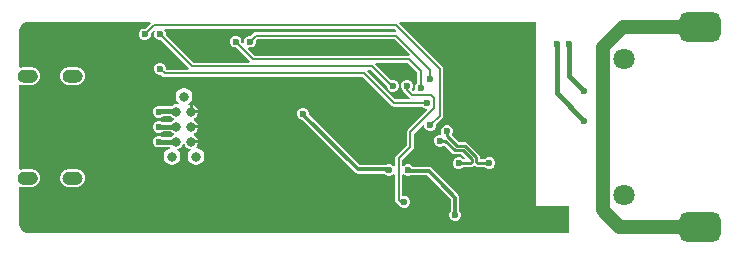
<source format=gbl>
G04*
G04 #@! TF.GenerationSoftware,Altium Limited,Altium Designer,21.6.4 (81)*
G04*
G04 Layer_Physical_Order=2*
G04 Layer_Color=16711680*
%FSLAX44Y44*%
%MOMM*%
G71*
G04*
G04 #@! TF.SameCoordinates,036B5A74-53F7-47AD-A214-E4BF2A679DD1*
G04*
G04*
G04 #@! TF.FilePolarity,Positive*
G04*
G01*
G75*
%ADD10C,0.2000*%
G04:AMPARAMS|DCode=43|XSize=3.5mm|YSize=2.5mm|CornerRadius=0.625mm|HoleSize=0mm|Usage=FLASHONLY|Rotation=0.000|XOffset=0mm|YOffset=0mm|HoleType=Round|Shape=RoundedRectangle|*
%AMROUNDEDRECTD43*
21,1,3.5000,1.2500,0,0,0.0*
21,1,2.2500,2.5000,0,0,0.0*
1,1,1.2500,1.1250,-0.6250*
1,1,1.2500,-1.1250,-0.6250*
1,1,1.2500,-1.1250,0.6250*
1,1,1.2500,1.1250,0.6250*
%
%ADD43ROUNDEDRECTD43*%
%ADD64C,0.4000*%
%ADD65C,0.2330*%
%ADD66C,1.2000*%
%ADD68C,0.3000*%
%ADD69C,1.8000*%
%ADD70C,1.0000*%
%ADD71O,1.6000X0.8000*%
%ADD72C,0.8000*%
%ADD73C,0.6000*%
%ADD74C,0.7000*%
G36*
X322400Y174274D02*
X322141Y173487D01*
X321819Y173059D01*
X203000D01*
X203000Y173059D01*
X201829Y172826D01*
X200837Y172163D01*
X198674Y170000D01*
X197005D01*
X195168Y169239D01*
X193761Y167832D01*
X193000Y165995D01*
Y164122D01*
X192696Y163869D01*
X191841Y163485D01*
X191000Y164326D01*
Y165995D01*
X190239Y167832D01*
X188832Y169239D01*
X186995Y170000D01*
X185005D01*
X183168Y169239D01*
X181761Y167832D01*
X181000Y165995D01*
Y164005D01*
X181761Y162168D01*
X183168Y160761D01*
X185005Y160000D01*
X186674D01*
X198346Y148329D01*
X197819Y147059D01*
X150267D01*
X127000Y170326D01*
Y171995D01*
X126239Y173832D01*
X125400Y174671D01*
X125926Y175941D01*
X320733D01*
X322400Y174274D01*
D02*
G37*
G36*
X333400Y154274D02*
X333141Y153487D01*
X332819Y153059D01*
X202267D01*
X196485Y158841D01*
X196869Y159696D01*
X197122Y160000D01*
X198995D01*
X200832Y160761D01*
X202239Y162168D01*
X203000Y164005D01*
Y165674D01*
X204267Y166941D01*
X320733D01*
X333400Y154274D01*
D02*
G37*
G36*
X440000Y26000D02*
X468000D01*
Y3059D01*
X10000D01*
Y3068D01*
X8206Y3304D01*
X6534Y3996D01*
X5098Y5098D01*
X3996Y6534D01*
X3304Y8206D01*
X3068Y10000D01*
X3059D01*
Y41454D01*
X3387Y41832D01*
X4134Y42216D01*
X4322Y42258D01*
X4592Y42158D01*
X4670Y42145D01*
X4740Y42109D01*
X5020Y42029D01*
X5054Y42026D01*
X5086Y42012D01*
X5365Y41942D01*
X5436Y41938D01*
X5501Y41913D01*
X5781Y41863D01*
X5822Y41863D01*
X5861Y41850D01*
X6151Y41810D01*
X6219Y41814D01*
X6285Y41796D01*
X6565Y41776D01*
X6603Y41781D01*
X6640Y41772D01*
X6930Y41762D01*
X6965Y41768D01*
X7000Y41761D01*
X13000D01*
X13035Y41768D01*
X13070Y41762D01*
X13360Y41772D01*
X13397Y41781D01*
X13435Y41776D01*
X13715Y41796D01*
X13781Y41814D01*
X13849Y41810D01*
X14139Y41850D01*
X14178Y41863D01*
X14219Y41863D01*
X14498Y41913D01*
X14564Y41938D01*
X14634Y41942D01*
X14914Y42012D01*
X14946Y42026D01*
X14980Y42029D01*
X15260Y42109D01*
X15330Y42145D01*
X15408Y42158D01*
X15678Y42258D01*
X15707Y42275D01*
X15739Y42281D01*
X16009Y42392D01*
X16049Y42417D01*
X16094Y42428D01*
X16355Y42548D01*
X16420Y42596D01*
X16496Y42621D01*
X16746Y42761D01*
X16770Y42781D01*
X16799Y42791D01*
X17049Y42941D01*
X17101Y42988D01*
X17164Y43016D01*
X17394Y43176D01*
X17435Y43218D01*
X17487Y43244D01*
X17717Y43424D01*
X17731Y43441D01*
X17751Y43452D01*
X17971Y43632D01*
X18021Y43692D01*
X18086Y43733D01*
X18296Y43933D01*
X18325Y43975D01*
X18367Y44004D01*
X18567Y44214D01*
X18608Y44279D01*
X18668Y44329D01*
X18848Y44549D01*
X18859Y44569D01*
X18876Y44583D01*
X19056Y44813D01*
X19082Y44865D01*
X19124Y44905D01*
X19284Y45135D01*
X19312Y45199D01*
X19359Y45251D01*
X19509Y45501D01*
X19519Y45530D01*
X19539Y45554D01*
X19679Y45804D01*
X19704Y45880D01*
X19751Y45946D01*
X19871Y46206D01*
X19883Y46251D01*
X19908Y46291D01*
X20018Y46561D01*
X20025Y46593D01*
X20042Y46622D01*
X20142Y46892D01*
X20155Y46970D01*
X20191Y47040D01*
X20271Y47320D01*
X20273Y47354D01*
X20288Y47385D01*
X20358Y47665D01*
X20362Y47736D01*
X20387Y47802D01*
X20437Y48082D01*
X20437Y48123D01*
X20450Y48161D01*
X20490Y48451D01*
X20486Y48519D01*
X20504Y48585D01*
X20524Y48865D01*
X20519Y48903D01*
X20528Y48940D01*
X20538Y49230D01*
X20526Y49300D01*
X20538Y49370D01*
X20528Y49660D01*
X20519Y49697D01*
X20524Y49735D01*
X20504Y50015D01*
X20486Y50081D01*
X20490Y50149D01*
X20450Y50439D01*
X20437Y50477D01*
X20437Y50518D01*
X20387Y50798D01*
X20362Y50864D01*
X20358Y50935D01*
X20288Y51215D01*
X20273Y51246D01*
X20271Y51280D01*
X20191Y51560D01*
X20155Y51630D01*
X20142Y51708D01*
X20042Y51978D01*
X20025Y52007D01*
X20018Y52039D01*
X19908Y52309D01*
X19883Y52349D01*
X19871Y52394D01*
X19751Y52655D01*
X19704Y52720D01*
X19679Y52796D01*
X19539Y53046D01*
X19519Y53070D01*
X19509Y53099D01*
X19359Y53349D01*
X19312Y53401D01*
X19284Y53465D01*
X19124Y53695D01*
X19082Y53735D01*
X19056Y53787D01*
X18876Y54017D01*
X18859Y54031D01*
X18848Y54051D01*
X18668Y54271D01*
X18608Y54321D01*
X18567Y54386D01*
X18367Y54596D01*
X18325Y54625D01*
X18296Y54667D01*
X18086Y54867D01*
X18021Y54908D01*
X17971Y54968D01*
X17751Y55148D01*
X17731Y55159D01*
X17717Y55176D01*
X17487Y55356D01*
X17435Y55382D01*
X17395Y55424D01*
X17165Y55584D01*
X17101Y55612D01*
X17049Y55659D01*
X16799Y55809D01*
X16770Y55819D01*
X16746Y55839D01*
X16496Y55979D01*
X16420Y56004D01*
X16355Y56052D01*
X16094Y56171D01*
X16049Y56182D01*
X16009Y56208D01*
X15739Y56318D01*
X15707Y56325D01*
X15678Y56342D01*
X15408Y56442D01*
X15330Y56455D01*
X15260Y56491D01*
X14980Y56571D01*
X14946Y56574D01*
X14914Y56588D01*
X14634Y56658D01*
X14564Y56662D01*
X14498Y56687D01*
X14218Y56737D01*
X14177Y56737D01*
X14139Y56750D01*
X13849Y56790D01*
X13781Y56786D01*
X13715Y56804D01*
X13435Y56824D01*
X13397Y56819D01*
X13360Y56828D01*
X13070Y56838D01*
X13035Y56832D01*
X13000Y56839D01*
X7000D01*
X6965Y56832D01*
X6930Y56838D01*
X6640Y56828D01*
X6603Y56819D01*
X6565Y56824D01*
X6285Y56804D01*
X6219Y56786D01*
X6151Y56790D01*
X5861Y56750D01*
X5823Y56737D01*
X5782Y56737D01*
X5502Y56687D01*
X5436Y56662D01*
X5365Y56658D01*
X5085Y56588D01*
X5054Y56574D01*
X5020Y56571D01*
X4740Y56491D01*
X4670Y56455D01*
X4592Y56442D01*
X4322Y56342D01*
X4134Y56384D01*
X3387Y56768D01*
X3059Y57146D01*
Y127854D01*
X3387Y128232D01*
X4134Y128616D01*
X4322Y128658D01*
X4592Y128558D01*
X4670Y128545D01*
X4740Y128509D01*
X5020Y128429D01*
X5054Y128427D01*
X5085Y128412D01*
X5365Y128342D01*
X5436Y128338D01*
X5502Y128313D01*
X5782Y128263D01*
X5823Y128263D01*
X5861Y128250D01*
X6151Y128210D01*
X6219Y128214D01*
X6285Y128196D01*
X6565Y128176D01*
X6603Y128181D01*
X6640Y128172D01*
X6930Y128162D01*
X6965Y128168D01*
X7000Y128161D01*
X13000D01*
X13035Y128168D01*
X13070Y128162D01*
X13360Y128172D01*
X13397Y128181D01*
X13435Y128176D01*
X13715Y128196D01*
X13781Y128214D01*
X13849Y128210D01*
X14139Y128250D01*
X14177Y128263D01*
X14218Y128263D01*
X14498Y128313D01*
X14564Y128338D01*
X14635Y128342D01*
X14914Y128412D01*
X14946Y128427D01*
X14980Y128429D01*
X15260Y128509D01*
X15330Y128545D01*
X15408Y128558D01*
X15678Y128658D01*
X15707Y128675D01*
X15739Y128681D01*
X16009Y128792D01*
X16049Y128818D01*
X16094Y128828D01*
X16355Y128948D01*
X16420Y128996D01*
X16496Y129021D01*
X16746Y129161D01*
X16770Y129181D01*
X16799Y129191D01*
X17049Y129341D01*
X17101Y129388D01*
X17165Y129416D01*
X17395Y129576D01*
X17435Y129618D01*
X17487Y129644D01*
X17717Y129824D01*
X17731Y129841D01*
X17751Y129852D01*
X17971Y130032D01*
X18021Y130092D01*
X18086Y130133D01*
X18296Y130333D01*
X18325Y130375D01*
X18367Y130404D01*
X18567Y130614D01*
X18608Y130679D01*
X18668Y130729D01*
X18848Y130949D01*
X18859Y130969D01*
X18876Y130983D01*
X19056Y131213D01*
X19082Y131265D01*
X19124Y131305D01*
X19284Y131535D01*
X19312Y131599D01*
X19359Y131651D01*
X19509Y131901D01*
X19519Y131930D01*
X19539Y131954D01*
X19679Y132204D01*
X19704Y132280D01*
X19751Y132346D01*
X19871Y132605D01*
X19883Y132651D01*
X19908Y132691D01*
X20018Y132961D01*
X20025Y132993D01*
X20042Y133022D01*
X20142Y133292D01*
X20155Y133370D01*
X20191Y133440D01*
X20271Y133720D01*
X20273Y133754D01*
X20288Y133785D01*
X20358Y134065D01*
X20362Y134136D01*
X20387Y134202D01*
X20437Y134482D01*
X20437Y134522D01*
X20450Y134561D01*
X20490Y134851D01*
X20486Y134919D01*
X20504Y134985D01*
X20524Y135265D01*
X20519Y135303D01*
X20528Y135340D01*
X20538Y135630D01*
X20526Y135700D01*
X20538Y135770D01*
X20528Y136060D01*
X20519Y136097D01*
X20524Y136135D01*
X20504Y136415D01*
X20486Y136481D01*
X20490Y136549D01*
X20450Y136839D01*
X20437Y136877D01*
X20437Y136918D01*
X20387Y137198D01*
X20362Y137264D01*
X20358Y137335D01*
X20288Y137615D01*
X20273Y137646D01*
X20271Y137680D01*
X20191Y137960D01*
X20155Y138030D01*
X20142Y138108D01*
X20042Y138378D01*
X20025Y138407D01*
X20018Y138439D01*
X19908Y138709D01*
X19883Y138749D01*
X19871Y138794D01*
X19751Y139054D01*
X19704Y139120D01*
X19679Y139196D01*
X19539Y139446D01*
X19519Y139470D01*
X19509Y139499D01*
X19359Y139749D01*
X19312Y139801D01*
X19284Y139865D01*
X19124Y140095D01*
X19082Y140135D01*
X19056Y140187D01*
X18876Y140417D01*
X18859Y140431D01*
X18848Y140451D01*
X18668Y140671D01*
X18608Y140721D01*
X18567Y140786D01*
X18367Y140996D01*
X18325Y141025D01*
X18296Y141067D01*
X18086Y141267D01*
X18021Y141308D01*
X17971Y141368D01*
X17751Y141548D01*
X17731Y141559D01*
X17717Y141576D01*
X17487Y141756D01*
X17435Y141782D01*
X17394Y141824D01*
X17164Y141984D01*
X17101Y142012D01*
X17049Y142058D01*
X16799Y142209D01*
X16770Y142219D01*
X16746Y142239D01*
X16496Y142379D01*
X16420Y142404D01*
X16355Y142451D01*
X16094Y142571D01*
X16049Y142583D01*
X16009Y142608D01*
X15739Y142718D01*
X15707Y142725D01*
X15678Y142742D01*
X15408Y142842D01*
X15330Y142855D01*
X15260Y142891D01*
X14980Y142971D01*
X14946Y142974D01*
X14914Y142988D01*
X14634Y143058D01*
X14564Y143062D01*
X14498Y143087D01*
X14219Y143137D01*
X14178Y143137D01*
X14139Y143150D01*
X13849Y143190D01*
X13781Y143186D01*
X13715Y143204D01*
X13435Y143224D01*
X13397Y143219D01*
X13360Y143228D01*
X13070Y143238D01*
X13035Y143232D01*
X13000Y143239D01*
X7000D01*
X6965Y143232D01*
X6930Y143238D01*
X6640Y143228D01*
X6603Y143219D01*
X6565Y143224D01*
X6285Y143204D01*
X6219Y143186D01*
X6151Y143190D01*
X5861Y143150D01*
X5822Y143137D01*
X5781Y143137D01*
X5501Y143087D01*
X5436Y143062D01*
X5365Y143058D01*
X5086Y142988D01*
X5054Y142974D01*
X5020Y142971D01*
X4740Y142891D01*
X4670Y142855D01*
X4592Y142842D01*
X4322Y142742D01*
X4134Y142784D01*
X3387Y143168D01*
X3059Y143546D01*
Y175000D01*
X3068D01*
X3304Y176794D01*
X3996Y178466D01*
X5098Y179902D01*
X6534Y181004D01*
X8206Y181696D01*
X10000Y181932D01*
Y181941D01*
X113790D01*
X114316Y180671D01*
X109645Y176000D01*
X108205D01*
X106368Y175239D01*
X104961Y173832D01*
X104200Y171995D01*
Y170005D01*
X104961Y168168D01*
X106368Y166761D01*
X108205Y166000D01*
X110195D01*
X112032Y166761D01*
X113439Y168168D01*
X114200Y170005D01*
Y171903D01*
X116569Y174272D01*
X117645Y173553D01*
X117000Y171995D01*
Y170005D01*
X117761Y168168D01*
X119168Y166761D01*
X121005Y166000D01*
X122674D01*
X146346Y142329D01*
X145819Y141059D01*
X127267D01*
X127000Y141326D01*
Y142995D01*
X126239Y144832D01*
X124832Y146239D01*
X122995Y147000D01*
X121005D01*
X119168Y146239D01*
X117761Y144832D01*
X117000Y142995D01*
Y141005D01*
X117761Y139168D01*
X119168Y137761D01*
X121005Y137000D01*
X122674D01*
X123837Y135837D01*
X123837Y135837D01*
X124829Y135174D01*
X126000Y134941D01*
X293733D01*
X317837Y110837D01*
X318829Y110174D01*
X320000Y109941D01*
X343988D01*
X345168Y108761D01*
X347005Y108000D01*
X347826D01*
X348352Y106730D01*
X331837Y90215D01*
X331174Y89223D01*
X330941Y88052D01*
X330941Y88052D01*
Y77267D01*
X321837Y68163D01*
X321174Y67171D01*
X320941Y66000D01*
X320941Y66000D01*
Y59926D01*
X319671Y59400D01*
X318832Y60239D01*
X316995Y61000D01*
X315005D01*
X313292Y60290D01*
X313123Y60324D01*
X291243D01*
X248337Y103231D01*
Y104902D01*
X247575Y106740D01*
X246169Y108147D01*
X244331Y108908D01*
X242342D01*
X240504Y108147D01*
X239098Y106740D01*
X238337Y104902D01*
Y102913D01*
X239098Y101075D01*
X240504Y99669D01*
X242342Y98908D01*
X242566D01*
X287242Y54232D01*
X288399Y53458D01*
X289765Y53187D01*
X311753D01*
X311761Y53168D01*
X313168Y51761D01*
X315005Y51000D01*
X316995D01*
X318832Y51761D01*
X319671Y52600D01*
X320941Y52074D01*
Y31000D01*
X320941Y31000D01*
X321174Y29829D01*
X321837Y28837D01*
X323837Y26837D01*
X324731Y26240D01*
X324761Y26168D01*
X326168Y24761D01*
X328005Y24000D01*
X329995D01*
X331832Y24761D01*
X333239Y26168D01*
X334000Y28005D01*
Y29995D01*
X333239Y31832D01*
X331832Y33239D01*
X329995Y34000D01*
X328005D01*
X327059Y34632D01*
Y52074D01*
X328329Y52600D01*
X329168Y51761D01*
X331005Y51000D01*
X332995D01*
X334832Y51761D01*
X334880Y51809D01*
X348368D01*
X355564Y44613D01*
X355573Y44571D01*
X356346Y43413D01*
X368431Y31328D01*
Y21502D01*
X367761Y20832D01*
X367000Y18995D01*
Y17005D01*
X367761Y15168D01*
X369168Y13761D01*
X371005Y13000D01*
X372995D01*
X374832Y13761D01*
X376239Y15168D01*
X377000Y17005D01*
Y18995D01*
X376239Y20832D01*
X375569Y21502D01*
Y32806D01*
X375297Y34172D01*
X374523Y35329D01*
X362175Y47678D01*
X362166Y47720D01*
X361393Y48878D01*
X352370Y57901D01*
X351212Y58675D01*
X349846Y58946D01*
X336125D01*
X334832Y60239D01*
X332995Y61000D01*
X331005D01*
X329168Y60239D01*
X328329Y59400D01*
X327059Y59926D01*
Y64733D01*
X336163Y73837D01*
X336826Y74829D01*
X337059Y76000D01*
X337059Y76000D01*
Y86785D01*
X344730Y94456D01*
X346000Y93930D01*
Y93005D01*
X346761Y91168D01*
X348168Y89761D01*
X350005Y89000D01*
X351995D01*
X353832Y89761D01*
X355239Y91168D01*
X356000Y93005D01*
Y94674D01*
X361163Y99837D01*
X361163Y99837D01*
X361826Y100829D01*
X362059Y102000D01*
X362059Y102000D01*
Y142000D01*
X362059Y142000D01*
X361826Y143170D01*
X361163Y144163D01*
X324655Y180671D01*
X325181Y181941D01*
X440000Y181941D01*
Y26000D01*
D02*
G37*
G36*
X13290Y141190D02*
X13570Y141170D01*
X13860Y141130D01*
X14140Y141080D01*
X14420Y141010D01*
X14700Y140930D01*
X14970Y140830D01*
X15240Y140720D01*
X15500Y140600D01*
X15750Y140460D01*
X16000Y140310D01*
X16230Y140150D01*
X16460Y139970D01*
X16680Y139790D01*
X16890Y139590D01*
X17090Y139380D01*
X17270Y139160D01*
X17450Y138930D01*
X17610Y138700D01*
X17760Y138450D01*
X17900Y138200D01*
X18020Y137940D01*
X18130Y137670D01*
X18230Y137400D01*
X18310Y137120D01*
X18380Y136840D01*
X18430Y136560D01*
X18470Y136270D01*
X18490Y135990D01*
X18500Y135700D01*
X18490Y135410D01*
X18470Y135130D01*
X18430Y134840D01*
X18380Y134560D01*
X18310Y134280D01*
X18230Y134000D01*
X18130Y133730D01*
X18020Y133460D01*
X17900Y133200D01*
X17760Y132950D01*
X17610Y132700D01*
X17450Y132470D01*
X17270Y132240D01*
X17090Y132020D01*
X16890Y131810D01*
X16680Y131610D01*
X16460Y131430D01*
X16230Y131250D01*
X16000Y131090D01*
X15750Y130940D01*
X15500Y130800D01*
X15240Y130680D01*
X14970Y130570D01*
X14700Y130470D01*
X14420Y130390D01*
X14140Y130320D01*
X13860Y130270D01*
X13570Y130230D01*
X13290Y130210D01*
X13000Y130200D01*
X7000D01*
X6710Y130210D01*
X6430Y130230D01*
X6140Y130270D01*
X5860Y130320D01*
X5580Y130390D01*
X5300Y130470D01*
X5030Y130570D01*
X4760Y130680D01*
X4500Y130800D01*
X4250Y130940D01*
X4000Y131090D01*
X3770Y131250D01*
X3540Y131430D01*
X3320Y131610D01*
X3110Y131810D01*
X2910Y132020D01*
X2730Y132240D01*
X2550Y132470D01*
X2390Y132700D01*
X2240Y132950D01*
X2100Y133200D01*
X1980Y133460D01*
X1870Y133730D01*
X1770Y134000D01*
X1690Y134280D01*
X1620Y134560D01*
X1570Y134840D01*
X1530Y135130D01*
X1510Y135410D01*
X1500Y135700D01*
X1510Y135990D01*
X1530Y136270D01*
X1570Y136560D01*
X1620Y136840D01*
X1690Y137120D01*
X1770Y137400D01*
X1870Y137670D01*
X1980Y137940D01*
X2100Y138200D01*
X2240Y138450D01*
X2390Y138700D01*
X2550Y138930D01*
X2730Y139160D01*
X2910Y139380D01*
X3110Y139590D01*
X3320Y139790D01*
X3540Y139970D01*
X3770Y140150D01*
X4000Y140310D01*
X4250Y140460D01*
X4500Y140600D01*
X4760Y140720D01*
X5030Y140830D01*
X5300Y140930D01*
X5580Y141010D01*
X5860Y141080D01*
X6140Y141130D01*
X6430Y141170D01*
X6710Y141190D01*
X7000Y141200D01*
X13000D01*
X13290Y141190D01*
D02*
G37*
G36*
X339941Y138733D02*
Y130249D01*
X339918Y130239D01*
X338511Y128832D01*
X337750Y126995D01*
Y125005D01*
X337990Y124427D01*
X337318Y123381D01*
X336032Y123294D01*
X335073Y124252D01*
X335489Y124668D01*
X336250Y126505D01*
Y128495D01*
X335489Y130332D01*
X334082Y131739D01*
X332245Y132500D01*
X330255D01*
X328418Y131739D01*
X327011Y130332D01*
X326250Y128495D01*
Y126505D01*
X327011Y124668D01*
X328006Y123673D01*
X328174Y122829D01*
X328837Y121837D01*
X332837Y117837D01*
X332837Y117837D01*
X333598Y117329D01*
X333441Y116196D01*
X333387Y116059D01*
X321267D01*
X297654Y139671D01*
X298181Y140941D01*
X300140D01*
X314000Y127082D01*
Y126505D01*
X314761Y124668D01*
X316168Y123261D01*
X318005Y122500D01*
X319995D01*
X321832Y123261D01*
X323239Y124668D01*
X324000Y126505D01*
Y128495D01*
X323239Y130332D01*
X321832Y131739D01*
X319995Y132500D01*
X318005D01*
X317459Y132274D01*
X304062Y145671D01*
X304588Y146941D01*
X331733D01*
X339941Y138733D01*
D02*
G37*
G36*
X13290Y54790D02*
X13570Y54770D01*
X13860Y54730D01*
X14140Y54680D01*
X14420Y54610D01*
X14700Y54530D01*
X14970Y54430D01*
X15240Y54320D01*
X15500Y54200D01*
X15750Y54060D01*
X16000Y53910D01*
X16230Y53750D01*
X16460Y53570D01*
X16680Y53390D01*
X16890Y53190D01*
X17090Y52980D01*
X17270Y52760D01*
X17450Y52530D01*
X17610Y52300D01*
X17760Y52050D01*
X17900Y51800D01*
X18020Y51540D01*
X18130Y51270D01*
X18230Y51000D01*
X18310Y50720D01*
X18380Y50440D01*
X18430Y50160D01*
X18470Y49870D01*
X18490Y49590D01*
X18500Y49300D01*
X18490Y49010D01*
X18470Y48730D01*
X18430Y48440D01*
X18380Y48160D01*
X18310Y47880D01*
X18230Y47600D01*
X18130Y47330D01*
X18020Y47060D01*
X17900Y46800D01*
X17760Y46550D01*
X17610Y46300D01*
X17450Y46070D01*
X17270Y45840D01*
X17090Y45620D01*
X16890Y45410D01*
X16680Y45210D01*
X16460Y45030D01*
X16230Y44850D01*
X16000Y44690D01*
X15750Y44540D01*
X15500Y44400D01*
X15240Y44280D01*
X14970Y44170D01*
X14700Y44070D01*
X14420Y43990D01*
X14140Y43920D01*
X13860Y43870D01*
X13570Y43830D01*
X13290Y43810D01*
X13000Y43800D01*
X7000D01*
X6710Y43810D01*
X6430Y43830D01*
X6140Y43870D01*
X5860Y43920D01*
X5580Y43990D01*
X5300Y44070D01*
X5030Y44170D01*
X4760Y44280D01*
X4500Y44400D01*
X4250Y44540D01*
X4000Y44690D01*
X3770Y44850D01*
X3540Y45030D01*
X3320Y45210D01*
X3110Y45410D01*
X2910Y45620D01*
X2730Y45840D01*
X2550Y46070D01*
X2390Y46300D01*
X2240Y46550D01*
X2100Y46800D01*
X1980Y47060D01*
X1870Y47330D01*
X1770Y47600D01*
X1690Y47880D01*
X1620Y48160D01*
X1570Y48440D01*
X1530Y48730D01*
X1510Y49010D01*
X1500Y49300D01*
X1510Y49590D01*
X1530Y49870D01*
X1570Y50160D01*
X1620Y50440D01*
X1690Y50720D01*
X1770Y51000D01*
X1870Y51270D01*
X1980Y51540D01*
X2100Y51800D01*
X2240Y52050D01*
X2390Y52300D01*
X2550Y52530D01*
X2730Y52760D01*
X2910Y52980D01*
X3110Y53190D01*
X3320Y53390D01*
X3540Y53570D01*
X3770Y53750D01*
X4000Y53910D01*
X4250Y54060D01*
X4500Y54200D01*
X4760Y54320D01*
X5030Y54430D01*
X5300Y54530D01*
X5580Y54610D01*
X5860Y54680D01*
X6140Y54730D01*
X6430Y54770D01*
X6710Y54790D01*
X7000Y54800D01*
X13000D01*
X13290Y54790D01*
D02*
G37*
%LPC*%
G36*
X51000Y143239D02*
X45000D01*
X44965Y143232D01*
X44930Y143238D01*
X44640Y143228D01*
X44603Y143219D01*
X44565Y143224D01*
X44285Y143204D01*
X44219Y143186D01*
X44151Y143190D01*
X43861Y143150D01*
X43822Y143137D01*
X43781Y143137D01*
X43501Y143087D01*
X43436Y143062D01*
X43366Y143058D01*
X43086Y142988D01*
X43054Y142974D01*
X43020Y142971D01*
X42740Y142891D01*
X42670Y142855D01*
X42592Y142842D01*
X42322Y142742D01*
X42293Y142725D01*
X42261Y142718D01*
X41991Y142608D01*
X41951Y142583D01*
X41905Y142571D01*
X41645Y142451D01*
X41580Y142404D01*
X41504Y142379D01*
X41254Y142239D01*
X41230Y142219D01*
X41201Y142208D01*
X40951Y142058D01*
X40899Y142012D01*
X40835Y141984D01*
X40606Y141824D01*
X40565Y141782D01*
X40513Y141756D01*
X40283Y141576D01*
X40269Y141559D01*
X40249Y141548D01*
X40029Y141368D01*
X39979Y141308D01*
X39914Y141267D01*
X39704Y141067D01*
X39675Y141025D01*
X39633Y140996D01*
X39433Y140786D01*
X39392Y140721D01*
X39332Y140671D01*
X39152Y140451D01*
X39141Y140431D01*
X39124Y140417D01*
X38944Y140187D01*
X38918Y140135D01*
X38876Y140094D01*
X38716Y139865D01*
X38688Y139801D01*
X38641Y139749D01*
X38491Y139499D01*
X38481Y139470D01*
X38461Y139446D01*
X38321Y139196D01*
X38296Y139120D01*
X38249Y139055D01*
X38128Y138795D01*
X38117Y138749D01*
X38091Y138709D01*
X37982Y138439D01*
X37975Y138407D01*
X37958Y138378D01*
X37858Y138108D01*
X37845Y138030D01*
X37809Y137960D01*
X37729Y137680D01*
X37727Y137646D01*
X37712Y137615D01*
X37642Y137334D01*
X37638Y137264D01*
X37613Y137198D01*
X37563Y136918D01*
X37563Y136877D01*
X37550Y136839D01*
X37510Y136549D01*
X37514Y136481D01*
X37496Y136415D01*
X37476Y136135D01*
X37481Y136097D01*
X37472Y136060D01*
X37462Y135770D01*
X37473Y135700D01*
X37462Y135630D01*
X37472Y135340D01*
X37481Y135303D01*
X37476Y135265D01*
X37496Y134985D01*
X37514Y134919D01*
X37510Y134851D01*
X37550Y134561D01*
X37563Y134522D01*
X37563Y134482D01*
X37613Y134202D01*
X37638Y134136D01*
X37642Y134065D01*
X37712Y133785D01*
X37727Y133754D01*
X37729Y133720D01*
X37809Y133440D01*
X37845Y133370D01*
X37858Y133292D01*
X37958Y133022D01*
X37975Y132993D01*
X37982Y132961D01*
X38091Y132691D01*
X38117Y132651D01*
X38128Y132605D01*
X38249Y132345D01*
X38296Y132280D01*
X38321Y132204D01*
X38461Y131954D01*
X38481Y131930D01*
X38491Y131901D01*
X38641Y131651D01*
X38688Y131599D01*
X38716Y131536D01*
X38876Y131306D01*
X38918Y131265D01*
X38944Y131213D01*
X39124Y130983D01*
X39141Y130969D01*
X39152Y130949D01*
X39332Y130729D01*
X39392Y130679D01*
X39433Y130614D01*
X39633Y130404D01*
X39675Y130375D01*
X39704Y130333D01*
X39914Y130133D01*
X39979Y130092D01*
X40029Y130032D01*
X40249Y129852D01*
X40269Y129841D01*
X40283Y129824D01*
X40513Y129644D01*
X40565Y129618D01*
X40605Y129576D01*
X40835Y129416D01*
X40899Y129388D01*
X40951Y129341D01*
X41201Y129191D01*
X41230Y129181D01*
X41254Y129161D01*
X41504Y129021D01*
X41580Y128996D01*
X41645Y128948D01*
X41905Y128828D01*
X41951Y128818D01*
X41991Y128792D01*
X42261Y128681D01*
X42293Y128675D01*
X42322Y128658D01*
X42592Y128558D01*
X42670Y128545D01*
X42740Y128509D01*
X43020Y128429D01*
X43054Y128427D01*
X43085Y128412D01*
X43365Y128342D01*
X43436Y128338D01*
X43502Y128313D01*
X43782Y128263D01*
X43823Y128263D01*
X43861Y128250D01*
X44151Y128210D01*
X44219Y128214D01*
X44285Y128196D01*
X44565Y128176D01*
X44603Y128181D01*
X44640Y128172D01*
X44930Y128162D01*
X44965Y128168D01*
X45000Y128161D01*
X51000D01*
X51035Y128168D01*
X51070Y128162D01*
X51360Y128172D01*
X51397Y128181D01*
X51435Y128176D01*
X51715Y128196D01*
X51781Y128214D01*
X51849Y128210D01*
X52139Y128250D01*
X52177Y128263D01*
X52218Y128263D01*
X52498Y128313D01*
X52564Y128338D01*
X52635Y128342D01*
X52915Y128412D01*
X52946Y128427D01*
X52980Y128429D01*
X53260Y128509D01*
X53330Y128545D01*
X53408Y128558D01*
X53678Y128658D01*
X53707Y128675D01*
X53739Y128681D01*
X54009Y128792D01*
X54049Y128818D01*
X54095Y128828D01*
X54355Y128948D01*
X54420Y128996D01*
X54496Y129021D01*
X54746Y129161D01*
X54770Y129181D01*
X54799Y129191D01*
X55049Y129341D01*
X55101Y129388D01*
X55165Y129416D01*
X55395Y129576D01*
X55435Y129618D01*
X55487Y129644D01*
X55717Y129824D01*
X55731Y129841D01*
X55751Y129852D01*
X55971Y130032D01*
X56021Y130092D01*
X56086Y130133D01*
X56296Y130333D01*
X56325Y130375D01*
X56367Y130404D01*
X56567Y130614D01*
X56608Y130679D01*
X56668Y130729D01*
X56848Y130949D01*
X56859Y130969D01*
X56876Y130983D01*
X57056Y131213D01*
X57082Y131265D01*
X57124Y131305D01*
X57284Y131535D01*
X57312Y131599D01*
X57359Y131651D01*
X57509Y131901D01*
X57519Y131930D01*
X57539Y131954D01*
X57679Y132204D01*
X57704Y132280D01*
X57751Y132346D01*
X57871Y132605D01*
X57882Y132651D01*
X57908Y132691D01*
X58018Y132961D01*
X58025Y132993D01*
X58042Y133022D01*
X58142Y133292D01*
X58155Y133370D01*
X58191Y133440D01*
X58271Y133720D01*
X58274Y133754D01*
X58288Y133785D01*
X58358Y134065D01*
X58362Y134136D01*
X58387Y134202D01*
X58437Y134482D01*
X58437Y134522D01*
X58450Y134561D01*
X58490Y134851D01*
X58486Y134919D01*
X58504Y134985D01*
X58524Y135265D01*
X58519Y135303D01*
X58528Y135340D01*
X58538Y135630D01*
X58527Y135700D01*
X58538Y135770D01*
X58528Y136060D01*
X58519Y136097D01*
X58524Y136135D01*
X58504Y136415D01*
X58486Y136481D01*
X58490Y136549D01*
X58450Y136839D01*
X58437Y136877D01*
X58437Y136918D01*
X58387Y137198D01*
X58362Y137264D01*
X58358Y137335D01*
X58288Y137615D01*
X58274Y137646D01*
X58271Y137680D01*
X58191Y137960D01*
X58155Y138030D01*
X58142Y138108D01*
X58042Y138378D01*
X58025Y138407D01*
X58018Y138439D01*
X57908Y138709D01*
X57882Y138749D01*
X57871Y138794D01*
X57751Y139054D01*
X57704Y139120D01*
X57679Y139196D01*
X57539Y139446D01*
X57519Y139470D01*
X57509Y139499D01*
X57359Y139749D01*
X57312Y139801D01*
X57284Y139865D01*
X57124Y140095D01*
X57082Y140135D01*
X57056Y140187D01*
X56876Y140417D01*
X56859Y140431D01*
X56848Y140451D01*
X56668Y140671D01*
X56608Y140721D01*
X56567Y140786D01*
X56367Y140996D01*
X56325Y141025D01*
X56296Y141067D01*
X56086Y141267D01*
X56021Y141308D01*
X55971Y141368D01*
X55751Y141548D01*
X55731Y141559D01*
X55717Y141576D01*
X55487Y141756D01*
X55435Y141782D01*
X55395Y141824D01*
X55164Y141984D01*
X55101Y142012D01*
X55049Y142058D01*
X54799Y142209D01*
X54770Y142219D01*
X54746Y142239D01*
X54496Y142379D01*
X54420Y142404D01*
X54355Y142451D01*
X54095Y142571D01*
X54049Y142583D01*
X54009Y142608D01*
X53739Y142718D01*
X53707Y142725D01*
X53678Y142742D01*
X53408Y142842D01*
X53330Y142855D01*
X53260Y142891D01*
X52980Y142971D01*
X52946Y142974D01*
X52914Y142988D01*
X52634Y143058D01*
X52564Y143062D01*
X52498Y143087D01*
X52219Y143137D01*
X52178Y143137D01*
X52139Y143150D01*
X51849Y143190D01*
X51781Y143186D01*
X51715Y143204D01*
X51435Y143224D01*
X51397Y143219D01*
X51360Y143228D01*
X51070Y143238D01*
X51035Y143232D01*
X51000Y143239D01*
D02*
G37*
G36*
X143272Y125400D02*
X141428D01*
X139648Y124923D01*
X138052Y124001D01*
X136749Y122698D01*
X135827Y121102D01*
X135350Y119322D01*
Y117478D01*
X135827Y115698D01*
X136749Y114102D01*
X138052Y112799D01*
X138540Y112517D01*
X137977Y111376D01*
X137193Y111700D01*
X134806D01*
X132601Y110787D01*
X131893Y110078D01*
X123309D01*
X122050Y110600D01*
X120061D01*
X118223Y109839D01*
X116817Y108432D01*
X116055Y106595D01*
Y104605D01*
X116817Y102768D01*
X118223Y101361D01*
X120061Y100600D01*
X122050D01*
X123888Y101361D01*
X124448Y101922D01*
X131293D01*
X132601Y100613D01*
X133992Y100037D01*
Y98663D01*
X132601Y98087D01*
X131593Y97078D01*
X123551D01*
X122050Y97700D01*
X120061D01*
X118223Y96939D01*
X116817Y95532D01*
X116055Y93695D01*
Y91705D01*
X116817Y89868D01*
X118223Y88461D01*
X120061Y87700D01*
X122050D01*
X123888Y88461D01*
X124348Y88922D01*
X131593D01*
X132601Y87913D01*
X133992Y87337D01*
Y85963D01*
X132601Y85386D01*
X131293Y84078D01*
X124348D01*
X123888Y84539D01*
X122050Y85300D01*
X120061D01*
X118223Y84539D01*
X116817Y83132D01*
X116055Y81295D01*
Y79305D01*
X116817Y77468D01*
X118223Y76061D01*
X120061Y75300D01*
X122050D01*
X123551Y75922D01*
X130591D01*
X130698Y75762D01*
X130148Y74300D01*
X129488Y74123D01*
X127892Y73201D01*
X126589Y71898D01*
X125667Y70302D01*
X125190Y68522D01*
Y66678D01*
X125667Y64898D01*
X126589Y63302D01*
X127892Y61999D01*
X129488Y61077D01*
X131268Y60600D01*
X133112D01*
X134892Y61077D01*
X136488Y61999D01*
X137791Y63302D01*
X138713Y64898D01*
X139190Y66678D01*
Y68522D01*
X138713Y70302D01*
X137791Y71898D01*
X136659Y73030D01*
X136793Y73727D01*
X137124Y74300D01*
X137193D01*
X139399Y75213D01*
X141087Y76901D01*
X141663Y78292D01*
X143037D01*
X143614Y76901D01*
X145301Y75213D01*
X147507Y74300D01*
X147576D01*
X147907Y73727D01*
X148041Y73030D01*
X146909Y71898D01*
X145987Y70302D01*
X145510Y68522D01*
Y66678D01*
X145987Y64898D01*
X146909Y63302D01*
X148212Y61999D01*
X149808Y61077D01*
X151588Y60600D01*
X153432D01*
X155212Y61077D01*
X156808Y61999D01*
X158111Y63302D01*
X159033Y64898D01*
X159510Y66678D01*
Y68522D01*
X159033Y70302D01*
X158111Y71898D01*
X156808Y73201D01*
X155212Y74123D01*
X153432Y74600D01*
X153281D01*
X152755Y75870D01*
X153787Y76901D01*
X154573Y78800D01*
X148700D01*
Y81800D01*
X154573D01*
X153787Y83699D01*
X152099Y85386D01*
X150708Y85963D01*
Y87337D01*
X152099Y87913D01*
X153787Y89601D01*
X154573Y91500D01*
X148700D01*
Y94500D01*
X154573D01*
X153787Y96399D01*
X152099Y98087D01*
X150708Y98663D01*
Y100037D01*
X152099Y100613D01*
X153787Y102301D01*
X154573Y104200D01*
X148700D01*
Y105700D01*
X147200D01*
Y111573D01*
X146723Y111376D01*
X146160Y112517D01*
X146648Y112799D01*
X147951Y114102D01*
X148873Y115698D01*
X149350Y117478D01*
Y119322D01*
X148873Y121102D01*
X147951Y122698D01*
X146648Y124001D01*
X145052Y124923D01*
X143272Y125400D01*
D02*
G37*
G36*
X150200Y111573D02*
Y107200D01*
X154573D01*
X153787Y109099D01*
X152099Y110787D01*
X150200Y111573D01*
D02*
G37*
G36*
X365995Y94000D02*
X364005D01*
X362168Y93239D01*
X360761Y91832D01*
X360000Y89995D01*
Y88005D01*
X360345Y87173D01*
X360303Y87035D01*
X359456Y86000D01*
X358005D01*
X356168Y85239D01*
X354761Y83832D01*
X354000Y81995D01*
Y80005D01*
X354761Y78168D01*
X356168Y76761D01*
X358005Y76000D01*
X359995D01*
X361832Y76761D01*
X362607Y77536D01*
X369454Y70688D01*
X369454Y70688D01*
X370501Y69989D01*
X371736Y69743D01*
X371736Y69743D01*
X377073D01*
X380195Y66621D01*
X379723Y65417D01*
X378757Y65314D01*
X377832Y66239D01*
X375994Y67000D01*
X374005D01*
X372168Y66239D01*
X370761Y64832D01*
X370000Y62994D01*
Y61005D01*
X370761Y59168D01*
X372168Y57761D01*
X374005Y57000D01*
X375994D01*
X377832Y57761D01*
X378844Y58773D01*
X384720D01*
X385955Y59019D01*
X387002Y59718D01*
X388000Y60716D01*
X388998Y59718D01*
X388998Y59718D01*
X390045Y59019D01*
X391280Y58773D01*
X391280Y58773D01*
X397156D01*
X398168Y57761D01*
X400005Y57000D01*
X401995D01*
X403832Y57761D01*
X405239Y59168D01*
X406000Y61005D01*
Y62994D01*
X405239Y64832D01*
X403832Y66239D01*
X401995Y67000D01*
X400005D01*
X398168Y66239D01*
X397156Y65227D01*
X393142D01*
Y66881D01*
X393142Y66881D01*
X392896Y68116D01*
X392197Y69163D01*
X382278Y79082D01*
X381231Y79781D01*
X379996Y80027D01*
X374659D01*
X368879Y85807D01*
X369239Y86168D01*
X370000Y88005D01*
Y89995D01*
X369239Y91832D01*
X367832Y93239D01*
X365995Y94000D01*
D02*
G37*
G36*
X51000Y56839D02*
X45000D01*
X44965Y56832D01*
X44930Y56838D01*
X44640Y56828D01*
X44603Y56819D01*
X44565Y56824D01*
X44285Y56804D01*
X44219Y56786D01*
X44151Y56790D01*
X43861Y56750D01*
X43823Y56737D01*
X43782Y56737D01*
X43502Y56687D01*
X43436Y56662D01*
X43365Y56658D01*
X43085Y56588D01*
X43054Y56574D01*
X43020Y56571D01*
X42740Y56491D01*
X42670Y56455D01*
X42592Y56442D01*
X42322Y56342D01*
X42293Y56325D01*
X42261Y56318D01*
X41991Y56208D01*
X41951Y56182D01*
X41905Y56171D01*
X41645Y56052D01*
X41580Y56004D01*
X41504Y55979D01*
X41254Y55839D01*
X41230Y55819D01*
X41201Y55809D01*
X40951Y55659D01*
X40899Y55612D01*
X40835Y55584D01*
X40605Y55424D01*
X40565Y55382D01*
X40513Y55356D01*
X40283Y55176D01*
X40269Y55159D01*
X40249Y55148D01*
X40029Y54968D01*
X39979Y54908D01*
X39914Y54867D01*
X39704Y54667D01*
X39675Y54625D01*
X39633Y54596D01*
X39433Y54386D01*
X39392Y54321D01*
X39332Y54271D01*
X39152Y54051D01*
X39141Y54032D01*
X39124Y54017D01*
X38944Y53787D01*
X38918Y53735D01*
X38876Y53695D01*
X38716Y53464D01*
X38688Y53401D01*
X38641Y53349D01*
X38491Y53099D01*
X38481Y53070D01*
X38461Y53046D01*
X38321Y52796D01*
X38296Y52720D01*
X38249Y52655D01*
X38128Y52395D01*
X38117Y52349D01*
X38091Y52309D01*
X37982Y52039D01*
X37975Y52007D01*
X37958Y51978D01*
X37858Y51708D01*
X37845Y51630D01*
X37809Y51560D01*
X37729Y51280D01*
X37727Y51246D01*
X37712Y51215D01*
X37642Y50935D01*
X37638Y50864D01*
X37613Y50798D01*
X37563Y50518D01*
X37563Y50477D01*
X37550Y50439D01*
X37510Y50149D01*
X37514Y50081D01*
X37496Y50015D01*
X37476Y49735D01*
X37481Y49697D01*
X37472Y49660D01*
X37462Y49370D01*
X37473Y49300D01*
X37462Y49230D01*
X37472Y48940D01*
X37481Y48903D01*
X37476Y48865D01*
X37496Y48585D01*
X37514Y48519D01*
X37510Y48451D01*
X37550Y48161D01*
X37563Y48123D01*
X37563Y48082D01*
X37613Y47802D01*
X37638Y47736D01*
X37642Y47665D01*
X37712Y47385D01*
X37727Y47354D01*
X37729Y47320D01*
X37809Y47040D01*
X37845Y46970D01*
X37858Y46892D01*
X37958Y46622D01*
X37975Y46593D01*
X37982Y46561D01*
X38091Y46291D01*
X38117Y46251D01*
X38128Y46205D01*
X38249Y45945D01*
X38296Y45880D01*
X38321Y45804D01*
X38461Y45554D01*
X38481Y45530D01*
X38491Y45501D01*
X38641Y45251D01*
X38688Y45199D01*
X38716Y45135D01*
X38876Y44906D01*
X38918Y44865D01*
X38944Y44813D01*
X39124Y44583D01*
X39141Y44569D01*
X39152Y44549D01*
X39332Y44329D01*
X39392Y44279D01*
X39433Y44214D01*
X39633Y44004D01*
X39675Y43975D01*
X39704Y43933D01*
X39914Y43733D01*
X39979Y43692D01*
X40029Y43632D01*
X40249Y43452D01*
X40269Y43441D01*
X40283Y43424D01*
X40513Y43244D01*
X40565Y43218D01*
X40606Y43176D01*
X40835Y43016D01*
X40899Y42988D01*
X40951Y42941D01*
X41201Y42792D01*
X41230Y42781D01*
X41254Y42761D01*
X41504Y42621D01*
X41580Y42596D01*
X41645Y42548D01*
X41905Y42428D01*
X41951Y42417D01*
X41991Y42392D01*
X42261Y42281D01*
X42293Y42275D01*
X42322Y42258D01*
X42592Y42158D01*
X42670Y42145D01*
X42740Y42109D01*
X43020Y42029D01*
X43054Y42026D01*
X43086Y42012D01*
X43366Y41942D01*
X43436Y41938D01*
X43501Y41913D01*
X43781Y41863D01*
X43822Y41863D01*
X43861Y41850D01*
X44151Y41810D01*
X44219Y41814D01*
X44285Y41796D01*
X44565Y41776D01*
X44603Y41781D01*
X44640Y41772D01*
X44930Y41762D01*
X44965Y41768D01*
X45000Y41761D01*
X51000D01*
X51035Y41768D01*
X51070Y41762D01*
X51360Y41772D01*
X51397Y41781D01*
X51435Y41776D01*
X51715Y41796D01*
X51781Y41814D01*
X51849Y41810D01*
X52139Y41850D01*
X52178Y41863D01*
X52219Y41863D01*
X52498Y41913D01*
X52564Y41938D01*
X52634Y41942D01*
X52914Y42012D01*
X52946Y42026D01*
X52980Y42029D01*
X53260Y42109D01*
X53330Y42145D01*
X53408Y42158D01*
X53678Y42258D01*
X53707Y42275D01*
X53739Y42281D01*
X54009Y42392D01*
X54049Y42417D01*
X54095Y42428D01*
X54355Y42548D01*
X54420Y42596D01*
X54496Y42621D01*
X54746Y42761D01*
X54770Y42781D01*
X54799Y42791D01*
X55049Y42941D01*
X55101Y42988D01*
X55164Y43016D01*
X55395Y43176D01*
X55435Y43218D01*
X55487Y43244D01*
X55717Y43424D01*
X55731Y43441D01*
X55751Y43452D01*
X55971Y43632D01*
X56021Y43692D01*
X56086Y43733D01*
X56296Y43933D01*
X56325Y43975D01*
X56367Y44004D01*
X56567Y44214D01*
X56608Y44279D01*
X56668Y44329D01*
X56848Y44549D01*
X56859Y44569D01*
X56876Y44583D01*
X57056Y44813D01*
X57082Y44865D01*
X57124Y44905D01*
X57284Y45135D01*
X57312Y45199D01*
X57359Y45251D01*
X57509Y45501D01*
X57519Y45530D01*
X57539Y45554D01*
X57679Y45804D01*
X57704Y45880D01*
X57751Y45946D01*
X57871Y46206D01*
X57882Y46251D01*
X57908Y46291D01*
X58018Y46561D01*
X58025Y46593D01*
X58042Y46622D01*
X58142Y46892D01*
X58155Y46970D01*
X58191Y47040D01*
X58271Y47320D01*
X58274Y47354D01*
X58288Y47385D01*
X58358Y47665D01*
X58362Y47736D01*
X58387Y47802D01*
X58437Y48082D01*
X58437Y48123D01*
X58450Y48161D01*
X58490Y48451D01*
X58486Y48519D01*
X58504Y48585D01*
X58524Y48865D01*
X58519Y48903D01*
X58528Y48940D01*
X58538Y49230D01*
X58527Y49300D01*
X58538Y49370D01*
X58528Y49660D01*
X58519Y49697D01*
X58524Y49735D01*
X58504Y50015D01*
X58486Y50081D01*
X58490Y50149D01*
X58450Y50439D01*
X58437Y50477D01*
X58437Y50518D01*
X58387Y50798D01*
X58362Y50864D01*
X58358Y50935D01*
X58288Y51215D01*
X58274Y51246D01*
X58271Y51280D01*
X58191Y51560D01*
X58155Y51630D01*
X58142Y51708D01*
X58042Y51978D01*
X58025Y52007D01*
X58018Y52039D01*
X57908Y52309D01*
X57882Y52349D01*
X57871Y52394D01*
X57751Y52655D01*
X57704Y52720D01*
X57679Y52796D01*
X57539Y53046D01*
X57519Y53070D01*
X57509Y53099D01*
X57359Y53349D01*
X57312Y53401D01*
X57284Y53465D01*
X57124Y53695D01*
X57082Y53735D01*
X57056Y53787D01*
X56876Y54017D01*
X56859Y54031D01*
X56848Y54051D01*
X56668Y54271D01*
X56608Y54321D01*
X56567Y54386D01*
X56367Y54596D01*
X56325Y54625D01*
X56296Y54667D01*
X56086Y54867D01*
X56021Y54908D01*
X55971Y54968D01*
X55751Y55148D01*
X55731Y55159D01*
X55717Y55176D01*
X55487Y55356D01*
X55435Y55382D01*
X55395Y55424D01*
X55165Y55584D01*
X55101Y55612D01*
X55049Y55659D01*
X54799Y55809D01*
X54770Y55819D01*
X54746Y55839D01*
X54496Y55979D01*
X54420Y56004D01*
X54355Y56052D01*
X54095Y56171D01*
X54049Y56182D01*
X54009Y56208D01*
X53739Y56318D01*
X53707Y56325D01*
X53678Y56342D01*
X53408Y56442D01*
X53330Y56455D01*
X53260Y56491D01*
X52980Y56571D01*
X52946Y56574D01*
X52915Y56588D01*
X52635Y56658D01*
X52564Y56662D01*
X52498Y56687D01*
X52218Y56737D01*
X52177Y56737D01*
X52139Y56750D01*
X51849Y56790D01*
X51781Y56786D01*
X51715Y56804D01*
X51435Y56824D01*
X51397Y56819D01*
X51360Y56828D01*
X51070Y56838D01*
X51035Y56832D01*
X51000Y56839D01*
D02*
G37*
%LPD*%
G36*
X51290Y141190D02*
X51570Y141170D01*
X51860Y141130D01*
X52140Y141080D01*
X52420Y141010D01*
X52700Y140930D01*
X52970Y140830D01*
X53240Y140720D01*
X53500Y140600D01*
X53750Y140460D01*
X54000Y140310D01*
X54230Y140150D01*
X54460Y139970D01*
X54680Y139790D01*
X54890Y139590D01*
X55090Y139380D01*
X55270Y139160D01*
X55450Y138930D01*
X55610Y138700D01*
X55760Y138450D01*
X55900Y138200D01*
X56020Y137940D01*
X56130Y137670D01*
X56230Y137400D01*
X56310Y137120D01*
X56380Y136840D01*
X56430Y136560D01*
X56470Y136270D01*
X56490Y135990D01*
X56500Y135700D01*
X56490Y135410D01*
X56470Y135130D01*
X56430Y134840D01*
X56380Y134560D01*
X56310Y134280D01*
X56230Y134000D01*
X56130Y133730D01*
X56020Y133460D01*
X55900Y133200D01*
X55760Y132950D01*
X55610Y132700D01*
X55450Y132470D01*
X55270Y132240D01*
X55090Y132020D01*
X54890Y131810D01*
X54680Y131610D01*
X54460Y131430D01*
X54230Y131250D01*
X54000Y131090D01*
X53750Y130940D01*
X53500Y130800D01*
X53240Y130680D01*
X52970Y130570D01*
X52700Y130470D01*
X52420Y130390D01*
X52140Y130320D01*
X51860Y130270D01*
X51570Y130230D01*
X51290Y130210D01*
X51000Y130200D01*
X45000D01*
X44710Y130210D01*
X44430Y130230D01*
X44140Y130270D01*
X43860Y130320D01*
X43580Y130390D01*
X43300Y130470D01*
X43030Y130570D01*
X42760Y130680D01*
X42500Y130800D01*
X42250Y130940D01*
X42000Y131090D01*
X41770Y131250D01*
X41540Y131430D01*
X41320Y131610D01*
X41110Y131810D01*
X40910Y132020D01*
X40730Y132240D01*
X40550Y132470D01*
X40390Y132700D01*
X40240Y132950D01*
X40100Y133200D01*
X39980Y133460D01*
X39870Y133730D01*
X39770Y134000D01*
X39690Y134280D01*
X39620Y134560D01*
X39570Y134840D01*
X39530Y135130D01*
X39510Y135410D01*
X39500Y135700D01*
X39510Y135990D01*
X39530Y136270D01*
X39570Y136560D01*
X39620Y136840D01*
X39690Y137120D01*
X39770Y137400D01*
X39870Y137670D01*
X39980Y137940D01*
X40100Y138200D01*
X40240Y138450D01*
X40390Y138700D01*
X40550Y138930D01*
X40730Y139160D01*
X40910Y139380D01*
X41110Y139590D01*
X41320Y139790D01*
X41540Y139970D01*
X41770Y140150D01*
X42000Y140310D01*
X42250Y140460D01*
X42500Y140600D01*
X42760Y140720D01*
X43030Y140830D01*
X43300Y140930D01*
X43580Y141010D01*
X43860Y141080D01*
X44140Y141130D01*
X44430Y141170D01*
X44710Y141190D01*
X45000Y141200D01*
X51000D01*
X51290Y141190D01*
D02*
G37*
G36*
Y54790D02*
X51570Y54770D01*
X51860Y54730D01*
X52140Y54680D01*
X52420Y54610D01*
X52700Y54530D01*
X52970Y54430D01*
X53240Y54320D01*
X53500Y54200D01*
X53750Y54060D01*
X54000Y53910D01*
X54230Y53750D01*
X54460Y53570D01*
X54680Y53390D01*
X54890Y53190D01*
X55090Y52980D01*
X55270Y52760D01*
X55450Y52530D01*
X55610Y52300D01*
X55760Y52050D01*
X55900Y51800D01*
X56020Y51540D01*
X56130Y51270D01*
X56230Y51000D01*
X56310Y50720D01*
X56380Y50440D01*
X56430Y50160D01*
X56470Y49870D01*
X56490Y49590D01*
X56500Y49300D01*
X56490Y49010D01*
X56470Y48730D01*
X56430Y48440D01*
X56380Y48160D01*
X56310Y47880D01*
X56230Y47600D01*
X56130Y47330D01*
X56020Y47060D01*
X55900Y46800D01*
X55760Y46550D01*
X55610Y46300D01*
X55450Y46070D01*
X55270Y45840D01*
X55090Y45620D01*
X54890Y45410D01*
X54680Y45210D01*
X54460Y45030D01*
X54230Y44850D01*
X54000Y44690D01*
X53750Y44540D01*
X53500Y44400D01*
X53240Y44280D01*
X52970Y44170D01*
X52700Y44070D01*
X52420Y43990D01*
X52140Y43920D01*
X51860Y43870D01*
X51570Y43830D01*
X51290Y43810D01*
X51000Y43800D01*
X45000D01*
X44710Y43810D01*
X44430Y43830D01*
X44140Y43870D01*
X43860Y43920D01*
X43580Y43990D01*
X43300Y44070D01*
X43030Y44170D01*
X42760Y44280D01*
X42500Y44400D01*
X42250Y44540D01*
X42000Y44690D01*
X41770Y44850D01*
X41540Y45030D01*
X41320Y45210D01*
X41110Y45410D01*
X40910Y45620D01*
X40730Y45840D01*
X40550Y46070D01*
X40390Y46300D01*
X40240Y46550D01*
X40100Y46800D01*
X39980Y47060D01*
X39870Y47330D01*
X39770Y47600D01*
X39690Y47880D01*
X39620Y48160D01*
X39570Y48440D01*
X39530Y48730D01*
X39510Y49010D01*
X39500Y49300D01*
X39510Y49590D01*
X39530Y49870D01*
X39570Y50160D01*
X39620Y50440D01*
X39690Y50720D01*
X39770Y51000D01*
X39870Y51270D01*
X39980Y51540D01*
X40100Y51800D01*
X40240Y52050D01*
X40390Y52300D01*
X40550Y52530D01*
X40730Y52760D01*
X40910Y52980D01*
X41110Y53190D01*
X41320Y53390D01*
X41540Y53570D01*
X41770Y53750D01*
X42000Y53910D01*
X42250Y54060D01*
X42500Y54200D01*
X42760Y54320D01*
X43030Y54430D01*
X43300Y54530D01*
X43580Y54610D01*
X43860Y54680D01*
X44140Y54730D01*
X44430Y54770D01*
X44710Y54790D01*
X45000Y54800D01*
X51000D01*
X51290Y54790D01*
D02*
G37*
D10*
X331000Y124000D02*
Y128000D01*
X201000Y150000D02*
X333000D01*
X343000Y140000D01*
X122000Y171000D02*
X149000Y144000D01*
X176000D02*
X301407D01*
X317407Y128000D01*
X149000Y144000D02*
X176000D01*
X317407Y128000D02*
X319000D01*
X126000Y138000D02*
X295000D01*
X122000Y142000D02*
X126000Y138000D01*
X295000D02*
X320000Y113000D01*
X324000Y66000D02*
X334000Y76000D01*
Y88052D01*
X351000Y94000D02*
X359000Y102000D01*
Y142000D01*
X322000Y179000D02*
X359000Y142000D01*
X324000Y31000D02*
Y66000D01*
Y31000D02*
X326000Y29000D01*
X334000Y88052D02*
X354356Y108409D01*
Y117552D01*
X335000Y120000D02*
X351908D01*
X354356Y117552D01*
X320000Y113000D02*
X348000D01*
X351000Y133000D02*
Y141000D01*
X322000Y170000D02*
X351000Y141000D01*
X116971Y179000D02*
X322000D01*
X203000Y170000D02*
X322000D01*
X331000Y124000D02*
X335000Y120000D01*
X343000Y126000D02*
Y140000D01*
X186000Y165000D02*
X201000Y150000D01*
X198000Y165000D02*
X203000Y170000D01*
X109402Y171431D02*
X116971Y179000D01*
D43*
X579000Y8000D02*
D03*
Y177000D02*
D03*
D64*
X458000Y121000D02*
X481000Y98000D01*
X458000Y121000D02*
Y163000D01*
X468000Y136000D02*
Y163000D01*
Y136000D02*
X481000Y123000D01*
X121000Y80000D02*
X136000D01*
X121000Y106000D02*
X136000D01*
X121000Y93000D02*
X135000D01*
D65*
X365000Y89000D02*
X365324Y88676D01*
Y84798D02*
X373322Y76800D01*
X359000Y81000D02*
X359090Y81090D01*
X371736Y72970D02*
X378410D01*
X363616Y81090D02*
X371736Y72970D01*
X359090Y81090D02*
X363616D01*
X373322Y76800D02*
X379996D01*
X365324Y84798D02*
Y88676D01*
X379996Y76800D02*
X389915Y66881D01*
Y63365D02*
Y66881D01*
Y63365D02*
X391280Y62000D01*
X401000D01*
X375000D02*
X384720D01*
X386085Y63365D02*
Y65295D01*
X384720Y62000D02*
X386085Y63365D01*
X378410Y72970D02*
X386085Y65295D01*
D66*
X535000Y177000D02*
X543000D01*
X511000Y8000D02*
X542034D01*
X514030Y177000D02*
X535000D01*
X497000Y22000D02*
Y159971D01*
Y22000D02*
X511000Y8000D01*
X497000Y159971D02*
X514030Y177000D01*
X542034Y8000D02*
X550034D01*
X574000D01*
X559000Y177000D02*
X570000D01*
X551000D02*
X559000D01*
X543000D02*
X551000D01*
D68*
X372000Y18000D02*
Y32806D01*
X358869Y45936D02*
Y46354D01*
Y45936D02*
X372000Y32806D01*
X332285Y55377D02*
X349846D01*
X358869Y46354D01*
X289765Y56755D02*
X313123D01*
X242652Y103868D02*
X289765Y56755D01*
X313305Y56574D02*
X315426D01*
X316000Y56000D01*
X313123Y56755D02*
X313305Y56574D01*
D69*
X515000Y35000D02*
D03*
Y150000D02*
D03*
D70*
X583000Y5750D02*
D03*
Y179250D02*
D03*
D71*
X48000Y135700D02*
D03*
Y49300D02*
D03*
X10000Y135700D02*
D03*
Y49300D02*
D03*
D72*
X136000Y80300D02*
D03*
X148700D02*
D03*
X136000Y93000D02*
D03*
X148700D02*
D03*
X136000Y105700D02*
D03*
X148700D02*
D03*
X142350Y118400D02*
D03*
X152510Y67600D02*
D03*
X132190D02*
D03*
D73*
X464191Y8677D02*
D03*
X468000Y163000D02*
D03*
X481000Y123000D02*
D03*
Y98000D02*
D03*
X458000Y163000D02*
D03*
X220005Y156495D02*
D03*
X396680Y17370D02*
D03*
X122000Y171000D02*
D03*
X243337Y103908D02*
D03*
X59000Y120000D02*
D03*
Y65000D02*
D03*
X67000Y75000D02*
D03*
X299311Y14250D02*
D03*
X310565Y29319D02*
D03*
X293614Y157000D02*
D03*
X283614D02*
D03*
X201000Y12000D02*
D03*
X339970Y62511D02*
D03*
X347000Y46000D02*
D03*
X372000Y18000D02*
D03*
X388860Y9322D02*
D03*
X38000Y65000D02*
D03*
X558035Y8021D02*
D03*
X535000Y177000D02*
D03*
X543000D02*
D03*
X551000D02*
D03*
X559000D02*
D03*
X252000Y115000D02*
D03*
X261598Y106166D02*
D03*
X38000Y120000D02*
D03*
X17000Y154000D02*
D03*
X34000Y167000D02*
D03*
X287000Y35000D02*
D03*
X409191Y18677D02*
D03*
X419191D02*
D03*
X429191D02*
D03*
X439191D02*
D03*
X449191D02*
D03*
X459191D02*
D03*
X454191Y8677D02*
D03*
X444191D02*
D03*
X434191D02*
D03*
X424191D02*
D03*
X414191D02*
D03*
X404191D02*
D03*
X316565Y158124D02*
D03*
X306420Y158014D02*
D03*
X223965Y163528D02*
D03*
X247210Y163444D02*
D03*
X241694Y156502D02*
D03*
X250944Y156657D02*
D03*
X223512Y12685D02*
D03*
X220891Y31399D02*
D03*
X232585Y22299D02*
D03*
X329000Y29000D02*
D03*
X328259Y7154D02*
D03*
X331250Y127500D02*
D03*
X319000D02*
D03*
X316000Y56000D02*
D03*
X550034Y8021D02*
D03*
X542034D02*
D03*
X534035D02*
D03*
X365000Y89000D02*
D03*
X332000Y56000D02*
D03*
X121055Y105600D02*
D03*
Y80300D02*
D03*
Y92700D02*
D03*
X337000Y137000D02*
D03*
X351000Y133000D02*
D03*
X348000Y113000D02*
D03*
X351000Y94000D02*
D03*
X133000Y20933D02*
D03*
X261390Y124234D02*
D03*
X210750Y163500D02*
D03*
X36229Y34613D02*
D03*
X109200Y171000D02*
D03*
X122000Y142000D02*
D03*
X198000Y165000D02*
D03*
X186000D02*
D03*
X359000Y81000D02*
D03*
X401000Y62000D02*
D03*
X375000D02*
D03*
X342750Y126000D02*
D03*
X57861Y23500D02*
D03*
X301496Y81500D02*
D03*
X323496Y92500D02*
D03*
Y81500D02*
D03*
X312496D02*
D03*
Y92500D02*
D03*
X301496D02*
D03*
X312496Y103500D02*
D03*
X323496D02*
D03*
X301496D02*
D03*
D74*
X280000Y127500D02*
D03*
X250000Y67500D02*
D03*
Y37500D02*
D03*
X242500Y82500D02*
D03*
Y52500D02*
D03*
X235000Y7500D02*
D03*
X220000Y127500D02*
D03*
Y97500D02*
D03*
Y67500D02*
D03*
X205000Y127500D02*
D03*
X212500Y112500D02*
D03*
X205000Y97500D02*
D03*
X212500Y82500D02*
D03*
X205000Y67500D02*
D03*
X190000Y127500D02*
D03*
X197500Y112500D02*
D03*
X190000Y97500D02*
D03*
X197500Y82500D02*
D03*
X190000Y67500D02*
D03*
Y7500D02*
D03*
X175000Y127500D02*
D03*
X182500Y112500D02*
D03*
X175000Y97500D02*
D03*
X182500Y82500D02*
D03*
X175000Y67500D02*
D03*
X160000Y127500D02*
D03*
X167500Y112500D02*
D03*
X160000Y97500D02*
D03*
X167500Y82500D02*
D03*
X130000Y127500D02*
D03*
X115000Y7500D02*
D03*
X107500Y142500D02*
D03*
Y82500D02*
D03*
Y52500D02*
D03*
X70000Y127500D02*
D03*
X62500Y172500D02*
D03*
X55000Y157500D02*
D03*
X62500Y142500D02*
D03*
Y112500D02*
D03*
X47500Y172500D02*
D03*
X40000Y157500D02*
D03*
X32500Y142500D02*
D03*
X25000Y127500D02*
D03*
Y7500D02*
D03*
X17500Y112500D02*
D03*
X10000Y97500D02*
D03*
X17500Y82500D02*
D03*
X10000Y67500D02*
D03*
Y37500D02*
D03*
X17500Y22500D02*
D03*
X10000Y7500D02*
D03*
M02*

</source>
